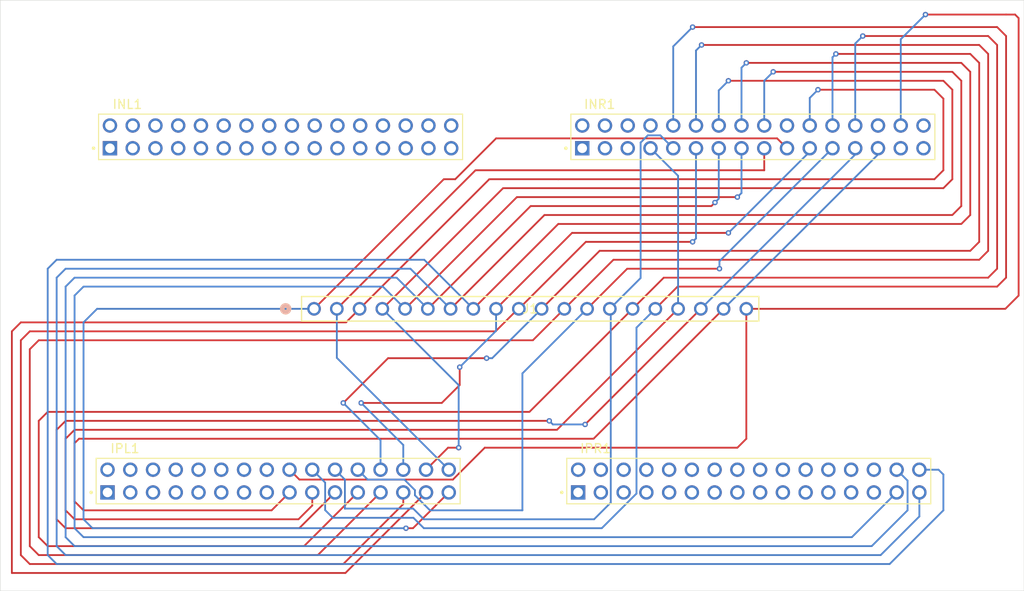
<source format=kicad_pcb>
(kicad_pcb (version 20240108) (generator "pcbnew") (generator_version "8.0")
  (layers (0 "F.Cu" signal) (31 "B.Cu" signal) (34 "B.Paste" user) (35 "F.Paste" user) (36 "B.SilkS" user "B.Silkscreen") (37 "F.SilkS" user "F.Silkscreen") (38 "B.Mask" user) (39 "F.Mask" user) (44 "Edge.Cuts" user))
  (net 0 "")
  (net 1 "1x2")
  (net 2 "2x4")
  (net 3 "1x3")
  (net 4 "2x3")
  (net 5 "2x2")
  (net 6 "2x1")
  (net 7 "1x1")
  (net 8 "3x2")
  (net 9 "3x1")
  (net 10 "4x2")
  (net 11 "4x1")
  (net 12 "3x4")
  (net 13 "SOURCE")
  (net 14 "1x4")
  (net 15 "3x3")
  (net 16 "4x3")
  (net 17 "BCOM")
  (net 18 "GATE")
  (net 19 "BULK")
  (net 20 "4x4")
  (footprint "footprints:CONN_PH1-20-UA_ADM" (layer "F.Cu") (at 113.74 82.4826)
    (property "Reference" "J1" (at 24.13 0 0) (layer "F.SilkS"))
    (property "Value" "PH1-20-UA" (hide yes))
    (fp_circle (center -3.175 0) (end -2.794 0) (stroke (width 0.508)) (fill none) (layer "B.SilkS"))
    (fp_line (start -1.397 -1.3716) (end -1.397 1.3716) (stroke (width 0.1524)) (layer "F.SilkS"))
    (fp_line (start -1.397 1.3716) (end 49.657 1.3716) (stroke (width 0.1524)) (layer "F.SilkS"))
    (fp_line (start 49.657 -1.3716) (end -1.397 -1.3716) (stroke (width 0.1524)) (layer "F.SilkS"))
    (fp_line (start 49.657 1.3716) (end 49.657 -1.3716) (stroke (width 0.1524)) (layer "F.SilkS"))
    (fp_circle (center -3.175 0) (end -2.794 0) (stroke (width 0.508)) (fill none) (layer "F.SilkS"))
    (pad "1" thru_hole circle (at 0 0) (size 1.524 1.524) (drill 1.016) (layers "*.Cu" "*.Mask") (net 7 "1x1"))
    (pad "2" thru_hole circle (at 2.54 0) (size 1.524 1.524) (drill 1.016) (layers "*.Cu" "*.Mask") (net 1 "1x2"))
    (pad "3" thru_hole circle (at 5.08 0) (size 1.524 1.524) (drill 1.016) (layers "*.Cu" "*.Mask") (net 3 "1x3"))
    (pad "4" thru_hole circle (at 7.62 0) (size 1.524 1.524) (drill 1.016) (layers "*.Cu" "*.Mask") (net 14 "1x4"))
    (pad "5" thru_hole circle (at 10.16 0) (size 1.524 1.524) (drill 1.016) (layers "*.Cu" "*.Mask") (net 6 "2x1"))
    (pad "6" thru_hole circle (at 12.7 0) (size 1.524 1.524) (drill 1.016) (layers "*.Cu" "*.Mask") (net 5 "2x2"))
    (pad "7" thru_hole circle (at 15.24 0) (size 1.524 1.524) (drill 1.016) (layers "*.Cu" "*.Mask") (net 4 "2x3"))
    (pad "8" thru_hole circle (at 17.78 0) (size 1.524 1.524) (drill 1.016) (layers "*.Cu" "*.Mask") (net 2 "2x4"))
    (pad "9" thru_hole circle (at 20.32 0) (size 1.524 1.524) (drill 1.016) (layers "*.Cu" "*.Mask") (net 9 "3x1"))
    (pad "10" thru_hole circle (at 22.86 0) (size 1.524 1.524) (drill 1.016) (layers "*.Cu" "*.Mask") (net 8 "3x2"))
    (pad "11" thru_hole circle (at 25.4 0) (size 1.524 1.524) (drill 1.016) (layers "*.Cu" "*.Mask") (net 15 "3x3"))
    (pad "12" thru_hole circle (at 27.94 0) (size 1.524 1.524) (drill 1.016) (layers "*.Cu" "*.Mask") (net 12 "3x4"))
    (pad "13" thru_hole circle (at 30.48 0) (size 1.524 1.524) (drill 1.016) (layers "*.Cu" "*.Mask") (net 11 "4x1"))
    (pad "14" thru_hole circle (at 33.02 0) (size 1.524 1.524) (drill 1.016) (layers "*.Cu" "*.Mask") (net 10 "4x2"))
    (pad "15" thru_hole circle (at 35.56 0) (size 1.524 1.524) (drill 1.016) (layers "*.Cu" "*.Mask") (net 16 "4x3"))
    (pad "16" thru_hole circle (at 38.1 0) (size 1.524 1.524) (drill 1.016) (layers "*.Cu" "*.Mask") (net 20 "4x4"))
    (pad "17" thru_hole circle (at 40.64 0) (size 1.524 1.524) (drill 1.016) (layers "*.Cu" "*.Mask") (net 18 "GATE"))
    (pad "18" thru_hole circle (at 43.18 0) (size 1.524 1.524) (drill 1.016) (layers "*.Cu" "*.Mask") (net 13 "SOURCE"))
    (pad "19" thru_hole circle (at 45.72 0) (size 1.524 1.524) (drill 1.016) (layers "*.Cu" "*.Mask") (net 19 "BULK"))
    (pad "20" thru_hole circle (at 48.26 0) (size 1.524 1.524) (drill 1.016) (layers "*.Cu" "*.Mask") (net 17 "BCOM"))
  )
  (footprint "MountingHole:MountingHole_3mm" (layer "F.Cu") (at 83 52)
    (property "Reference" "REF**" (hide yes))
    (property "Value" "MountingHole_3mm" (hide yes))
    (pad "" np_thru_hole circle (at 0 0) (size 3 3) (drill 3) (layers "*.Cu" "*.Mask"))
  )
  (footprint "M20-9981645:HARWIN_M20-9981645" (layer "F.Cu") (at 110 63.27)
    (property "Reference" "INL1" (at -17.105 -3.635 0) (layer "F.SilkS"))
    (property "Value" "M20-9981645" (hide yes))
    (fp_line (start -20.32 -2.54) (end 20.32 -2.54) (stroke (width 0.127)) (layer "F.SilkS"))
    (fp_line (start -20.32 2.54) (end -20.32 -2.54) (stroke (width 0.127)) (layer "F.SilkS"))
    (fp_line (start 20.32 -2.54) (end 20.32 2.54) (stroke (width 0.127)) (layer "F.SilkS"))
    (fp_line (start 20.32 2.54) (end -20.32 2.54) (stroke (width 0.127)) (layer "F.SilkS"))
    (fp_circle (center -20.88 1.27) (end -20.78 1.27) (stroke (width 0.2)) (fill none) (layer "F.SilkS"))
    (pad "1" thru_hole rect (at -19.05 1.27) (size 1.605 1.605) (drill 1.07) (layers "*.Cu" "*.Mask"))
    (pad "2" thru_hole circle (at -19.05 -1.27) (size 1.605 1.605) (drill 1.07) (layers "*.Cu" "*.Mask"))
    (pad "3" thru_hole circle (at -16.51 1.27) (size 1.605 1.605) (drill 1.07) (layers "*.Cu" "*.Mask"))
    (pad "4" thru_hole circle (at -16.51 -1.27) (size 1.605 1.605) (drill 1.07) (layers "*.Cu" "*.Mask"))
    (pad "5" thru_hole circle (at -13.97 1.27) (size 1.605 1.605) (drill 1.07) (layers "*.Cu" "*.Mask"))
    (pad "6" thru_hole circle (at -13.97 -1.27) (size 1.605 1.605) (drill 1.07) (layers "*.Cu" "*.Mask"))
    (pad "7" thru_hole circle (at -11.43 1.27) (size 1.605 1.605) (drill 1.07) (layers "*.Cu" "*.Mask"))
    (pad "8" thru_hole circle (at -11.43 -1.27) (size 1.605 1.605) (drill 1.07) (layers "*.Cu" "*.Mask"))
    (pad "9" thru_hole circle (at -8.89 1.27) (size 1.605 1.605) (drill 1.07) (layers "*.Cu" "*.Mask"))
    (pad "10" thru_hole circle (at -8.89 -1.27) (size 1.605 1.605) (drill 1.07) (layers "*.Cu" "*.Mask"))
    (pad "11" thru_hole circle (at -6.35 1.27) (size 1.605 1.605) (drill 1.07) (layers "*.Cu" "*.Mask"))
    (pad "12" thru_hole circle (at -6.35 -1.27) (size 1.605 1.605) (drill 1.07) (layers "*.Cu" "*.Mask"))
    (pad "13" thru_hole circle (at -3.81 1.27) (size 1.605 1.605) (drill 1.07) (layers "*.Cu" "*.Mask"))
    (pad "14" thru_hole circle (at -3.81 -1.27) (size 1.605 1.605) (drill 1.07) (layers "*.Cu" "*.Mask"))
    (pad "15" thru_hole circle (at -1.27 1.27) (size 1.605 1.605) (drill 1.07) (layers "*.Cu" "*.Mask"))
    (pad "16" thru_hole circle (at -1.27 -1.27) (size 1.605 1.605) (drill 1.07) (layers "*.Cu" "*.Mask"))
    (pad "17" thru_hole circle (at 1.27 1.27) (size 1.605 1.605) (drill 1.07) (layers "*.Cu" "*.Mask"))
    (pad "18" thru_hole circle (at 1.27 -1.27) (size 1.605 1.605) (drill 1.07) (layers "*.Cu" "*.Mask"))
    (pad "19" thru_hole circle (at 3.81 1.27) (size 1.605 1.605) (drill 1.07) (layers "*.Cu" "*.Mask"))
    (pad "20" thru_hole circle (at 3.81 -1.27) (size 1.605 1.605) (drill 1.07) (layers "*.Cu" "*.Mask"))
    (pad "21" thru_hole circle (at 6.35 1.27) (size 1.605 1.605) (drill 1.07) (layers "*.Cu" "*.Mask"))
    (pad "22" thru_hole circle (at 6.35 -1.27) (size 1.605 1.605) (drill 1.07) (layers "*.Cu" "*.Mask"))
    (pad "23" thru_hole circle (at 8.89 1.27) (size 1.605 1.605) (drill 1.07) (layers "*.Cu" "*.Mask"))
    (pad "24" thru_hole circle (at 8.89 -1.27) (size 1.605 1.605) (drill 1.07) (layers "*.Cu" "*.Mask"))
    (pad "25" thru_hole circle (at 11.43 1.27) (size 1.605 1.605) (drill 1.07) (layers "*.Cu" "*.Mask"))
    (pad "26" thru_hole circle (at 11.43 -1.27) (size 1.605 1.605) (drill 1.07) (layers "*.Cu" "*.Mask"))
    (pad "27" thru_hole circle (at 13.97 1.27) (size 1.605 1.605) (drill 1.07) (layers "*.Cu" "*.Mask"))
    (pad "28" thru_hole circle (at 13.97 -1.27) (size 1.605 1.605) (drill 1.07) (layers "*.Cu" "*.Mask"))
    (pad "29" thru_hole circle (at 16.51 1.27) (size 1.605 1.605) (drill 1.07) (layers "*.Cu" "*.Mask"))
    (pad "30" thru_hole circle (at 16.51 -1.27) (size 1.605 1.605) (drill 1.07) (layers "*.Cu" "*.Mask"))
    (pad "31" thru_hole circle (at 19.05 1.27) (size 1.605 1.605) (drill 1.07) (layers "*.Cu" "*.Mask"))
    (pad "32" thru_hole circle (at 19.05 -1.27) (size 1.605 1.605) (drill 1.07) (layers "*.Cu" "*.Mask"))
  )
  (footprint "M20-9981645:HARWIN_M20-9981645" (layer "F.Cu") (at 109.73 101.73)
    (property "Reference" "IPL1" (at -17.105 -3.635 0) (layer "F.SilkS"))
    (property "Value" "M20-9981645" (hide yes))
    (fp_line (start -20.32 -2.54) (end 20.32 -2.54) (stroke (width 0.127)) (layer "F.SilkS"))
    (fp_line (start -20.32 2.54) (end -20.32 -2.54) (stroke (width 0.127)) (layer "F.SilkS"))
    (fp_line (start 20.32 -2.54) (end 20.32 2.54) (stroke (width 0.127)) (layer "F.SilkS"))
    (fp_line (start 20.32 2.54) (end -20.32 2.54) (stroke (width 0.127)) (layer "F.SilkS"))
    (fp_circle (center -20.88 1.27) (end -20.78 1.27) (stroke (width 0.2)) (fill none) (layer "F.SilkS"))
    (pad "1" thru_hole rect (at -19.05 1.27) (size 1.605 1.605) (drill 1.07) (layers "*.Cu" "*.Mask"))
    (pad "2" thru_hole circle (at -19.05 -1.27) (size 1.605 1.605) (drill 1.07) (layers "*.Cu" "*.Mask"))
    (pad "3" thru_hole circle (at -16.51 1.27) (size 1.605 1.605) (drill 1.07) (layers "*.Cu" "*.Mask"))
    (pad "4" thru_hole circle (at -16.51 -1.27) (size 1.605 1.605) (drill 1.07) (layers "*.Cu" "*.Mask"))
    (pad "5" thru_hole circle (at -13.97 1.27) (size 1.605 1.605) (drill 1.07) (layers "*.Cu" "*.Mask"))
    (pad "6" thru_hole circle (at -13.97 -1.27) (size 1.605 1.605) (drill 1.07) (layers "*.Cu" "*.Mask"))
    (pad "7" thru_hole circle (at -11.43 1.27) (size 1.605 1.605) (drill 1.07) (layers "*.Cu" "*.Mask"))
    (pad "8" thru_hole circle (at -11.43 -1.27) (size 1.605 1.605) (drill 1.07) (layers "*.Cu" "*.Mask"))
    (pad "9" thru_hole circle (at -8.89 1.27) (size 1.605 1.605) (drill 1.07) (layers "*.Cu" "*.Mask"))
    (pad "10" thru_hole circle (at -8.89 -1.27) (size 1.605 1.605) (drill 1.07) (layers "*.Cu" "*.Mask"))
    (pad "11" thru_hole circle (at -6.35 1.27) (size 1.605 1.605) (drill 1.07) (layers "*.Cu" "*.Mask"))
    (pad "12" thru_hole circle (at -6.35 -1.27) (size 1.605 1.605) (drill 1.07) (layers "*.Cu" "*.Mask"))
    (pad "13" thru_hole circle (at -3.81 1.27) (size 1.605 1.605) (drill 1.07) (layers "*.Cu" "*.Mask"))
    (pad "14" thru_hole circle (at -3.81 -1.27) (size 1.605 1.605) (drill 1.07) (layers "*.Cu" "*.Mask"))
    (pad "15" thru_hole circle (at -1.27 1.27) (size 1.605 1.605) (drill 1.07) (layers "*.Cu" "*.Mask"))
    (pad "16" thru_hole circle (at -1.27 -1.27) (size 1.605 1.605) (drill 1.07) (layers "*.Cu" "*.Mask"))
    (pad "17" thru_hole circle (at 1.27 1.27) (size 1.605 1.605) (drill 1.07) (layers "*.Cu" "*.Mask") (net 19 "BULK"))
    (pad "18" thru_hole circle (at 1.27 -1.27) (size 1.605 1.605) (drill 1.07) (layers "*.Cu" "*.Mask") (net 17 "BCOM"))
    (pad "19" thru_hole circle (at 3.81 1.27) (size 1.605 1.605) (drill 1.07) (layers "*.Cu" "*.Mask") (net 18 "GATE"))
    (pad "20" thru_hole circle (at 3.81 -1.27) (size 1.605 1.605) (drill 1.07) (layers "*.Cu" "*.Mask") (net 20 "4x4"))
    (pad "21" thru_hole circle (at 6.35 1.27) (size 1.605 1.605) (drill 1.07) (layers "*.Cu" "*.Mask") (net 13 "SOURCE"))
    (pad "22" thru_hole circle (at 6.35 -1.27) (size 1.605 1.605) (drill 1.07) (layers "*.Cu" "*.Mask") (net 10 "4x2"))
    (pad "23" thru_hole circle (at 8.89 1.27) (size 1.605 1.605) (drill 1.07) (layers "*.Cu" "*.Mask") (net 16 "4x3"))
    (pad "24" thru_hole circle (at 8.89 -1.27) (size 1.605 1.605) (drill 1.07) (layers "*.Cu" "*.Mask") (net 11 "4x1"))
    (pad "25" thru_hole circle (at 11.43 1.27) (size 1.605 1.605) (drill 1.07) (layers "*.Cu" "*.Mask") (net 12 "3x4"))
    (pad "26" thru_hole circle (at 11.43 -1.27) (size 1.605 1.605) (drill 1.07) (layers "*.Cu" "*.Mask") (net 15 "3x3"))
    (pad "27" thru_hole circle (at 13.97 1.27) (size 1.605 1.605) (drill 1.07) (layers "*.Cu" "*.Mask") (net 8 "3x2"))
    (pad "28" thru_hole circle (at 13.97 -1.27) (size 1.605 1.605) (drill 1.07) (layers "*.Cu" "*.Mask") (net 9 "3x1"))
    (pad "29" thru_hole circle (at 16.51 1.27) (size 1.605 1.605) (drill 1.07) (layers "*.Cu" "*.Mask") (net 3 "1x3"))
    (pad "30" thru_hole circle (at 16.51 -1.27) (size 1.605 1.605) (drill 1.07) (layers "*.Cu" "*.Mask") (net 14 "1x4"))
    (pad "31" thru_hole circle (at 19.05 1.27) (size 1.605 1.605) (drill 1.07) (layers "*.Cu" "*.Mask") (net 7 "1x1"))
    (pad "32" thru_hole circle (at 19.05 -1.27) (size 1.605 1.605) (drill 1.07) (layers "*.Cu" "*.Mask") (net 1 "1x2"))
  )
  (footprint "MountingHole:MountingHole_3mm" (layer "F.Cu") (at 189 110)
    (property "Reference" "REF**" (hide yes))
    (property "Value" "MountingHole_3mm" (hide yes))
    (pad "" np_thru_hole circle (at 0 0) (size 3 3) (drill 3) (layers "*.Cu" "*.Mask"))
  )
  (footprint "MountingHole:MountingHole_3mm" (layer "F.Cu") (at 83 73)
    (property "Reference" "REF**" (hide yes))
    (property "Value" "MountingHole_3mm" (hide yes))
    (pad "" np_thru_hole circle (at 0 0) (size 3 3) (drill 3) (layers "*.Cu" "*.Mask"))
  )
  (footprint "M20-9981645:HARWIN_M20-9981645" (layer "F.Cu") (at 162.27 101.73)
    (property "Reference" "IPR1" (at -17.105 -3.635 0) (layer "F.SilkS"))
    (property "Value" "M20-9981645" (hide yes))
    (fp_line (start -20.32 -2.54) (end 20.32 -2.54) (stroke (width 0.127)) (layer "F.SilkS"))
    (fp_line (start -20.32 2.54) (end -20.32 -2.54) (stroke (width 0.127)) (layer "F.SilkS"))
    (fp_line (start 20.32 -2.54) (end 20.32 2.54) (stroke (width 0.127)) (layer "F.SilkS"))
    (fp_line (start 20.32 2.54) (end -20.32 2.54) (stroke (width 0.127)) (layer "F.SilkS"))
    (fp_circle (center -20.88 1.27) (end -20.78 1.27) (stroke (width 0.2)) (fill none) (layer "F.SilkS"))
    (pad "1" thru_hole rect (at -19.05 1.27) (size 1.605 1.605) (drill 1.07) (layers "*.Cu" "*.Mask"))
    (pad "2" thru_hole circle (at -19.05 -1.27) (size 1.605 1.605) (drill 1.07) (layers "*.Cu" "*.Mask"))
    (pad "3" thru_hole circle (at -16.51 1.27) (size 1.605 1.605) (drill 1.07) (layers "*.Cu" "*.Mask"))
    (pad "4" thru_hole circle (at -16.51 -1.27) (size 1.605 1.605) (drill 1.07) (layers "*.Cu" "*.Mask"))
    (pad "5" thru_hole circle (at -13.97 1.27) (size 1.605 1.605) (drill 1.07) (layers "*.Cu" "*.Mask"))
    (pad "6" thru_hole circle (at -13.97 -1.27) (size 1.605 1.605) (drill 1.07) (layers "*.Cu" "*.Mask"))
    (pad "7" thru_hole circle (at -11.43 1.27) (size 1.605 1.605) (drill 1.07) (layers "*.Cu" "*.Mask"))
    (pad "8" thru_hole circle (at -11.43 -1.27) (size 1.605 1.605) (drill 1.07) (layers "*.Cu" "*.Mask"))
    (pad "9" thru_hole circle (at -8.89 1.27) (size 1.605 1.605) (drill 1.07) (layers "*.Cu" "*.Mask"))
    (pad "10" thru_hole circle (at -8.89 -1.27) (size 1.605 1.605) (drill 1.07) (layers "*.Cu" "*.Mask"))
    (pad "11" thru_hole circle (at -6.35 1.27) (size 1.605 1.605) (drill 1.07) (layers "*.Cu" "*.Mask"))
    (pad "12" thru_hole circle (at -6.35 -1.27) (size 1.605 1.605) (drill 1.07) (layers "*.Cu" "*.Mask"))
    (pad "13" thru_hole circle (at -3.81 1.27) (size 1.605 1.605) (drill 1.07) (layers "*.Cu" "*.Mask"))
    (pad "14" thru_hole circle (at -3.81 -1.27) (size 1.605 1.605) (drill 1.07) (layers "*.Cu" "*.Mask"))
    (pad "15" thru_hole circle (at -1.27 1.27) (size 1.605 1.605) (drill 1.07) (layers "*.Cu" "*.Mask"))
    (pad "16" thru_hole circle (at -1.27 -1.27) (size 1.605 1.605) (drill 1.07) (layers "*.Cu" "*.Mask"))
    (pad "17" thru_hole circle (at 1.27 1.27) (size 1.605 1.605) (drill 1.07) (layers "*.Cu" "*.Mask"))
    (pad "18" thru_hole circle (at 1.27 -1.27) (size 1.605 1.605) (drill 1.07) (layers "*.Cu" "*.Mask"))
    (pad "19" thru_hole circle (at 3.81 1.27) (size 1.605 1.605) (drill 1.07) (layers "*.Cu" "*.Mask"))
    (pad "20" thru_hole circle (at 3.81 -1.27) (size 1.605 1.605) (drill 1.07) (layers "*.Cu" "*.Mask"))
    (pad "21" thru_hole circle (at 6.35 1.27) (size 1.605 1.605) (drill 1.07) (layers "*.Cu" "*.Mask"))
    (pad "22" thru_hole circle (at 6.35 -1.27) (size 1.605 1.605) (drill 1.07) (layers "*.Cu" "*.Mask"))
    (pad "23" thru_hole circle (at 8.89 1.27) (size 1.605 1.605) (drill 1.07) (layers "*.Cu" "*.Mask"))
    (pad "24" thru_hole circle (at 8.89 -1.27) (size 1.605 1.605) (drill 1.07) (layers "*.Cu" "*.Mask"))
    (pad "25" thru_hole circle (at 11.43 1.27) (size 1.605 1.605) (drill 1.07) (layers "*.Cu" "*.Mask"))
    (pad "26" thru_hole circle (at 11.43 -1.27) (size 1.605 1.605) (drill 1.07) (layers "*.Cu" "*.Mask"))
    (pad "27" thru_hole circle (at 13.97 1.27) (size 1.605 1.605) (drill 1.07) (layers "*.Cu" "*.Mask"))
    (pad "28" thru_hole circle (at 13.97 -1.27) (size 1.605 1.605) (drill 1.07) (layers "*.Cu" "*.Mask"))
    (pad "29" thru_hole circle (at 16.51 1.27) (size 1.605 1.605) (drill 1.07) (layers "*.Cu" "*.Mask") (net 6 "2x1"))
    (pad "30" thru_hole circle (at 16.51 -1.27) (size 1.605 1.605) (drill 1.07) (layers "*.Cu" "*.Mask") (net 5 "2x2"))
    (pad "31" thru_hole circle (at 19.05 1.27) (size 1.605 1.605) (drill 1.07) (layers "*.Cu" "*.Mask") (net 4 "2x3"))
    (pad "32" thru_hole circle (at 19.05 -1.27) (size 1.605 1.605) (drill 1.07) (layers "*.Cu" "*.Mask") (net 2 "2x4"))
  )
  (footprint "MountingHole:MountingHole_3mm" (layer "F.Cu") (at 189 87)
    (property "Reference" "REF**" (hide yes))
    (property "Value" "MountingHole_3mm" (hide yes))
    (pad "" np_thru_hole circle (at 0 0) (size 3 3) (drill 3) (layers "*.Cu" "*.Mask"))
  )
  (footprint "M20-9981645:HARWIN_M20-9981645" (layer "F.Cu") (at 162.73 63.27)
    (property "Reference" "INR1" (at -17.105 -3.635 0) (layer "F.SilkS"))
    (property "Value" "M20-9981645" (hide yes))
    (fp_line (start -20.32 -2.54) (end 20.32 -2.54) (stroke (width 0.127)) (layer "F.SilkS"))
    (fp_line (start -20.32 2.54) (end -20.32 -2.54) (stroke (width 0.127)) (layer "F.SilkS"))
    (fp_line (start 20.32 -2.54) (end 20.32 2.54) (stroke (width 0.127)) (layer "F.SilkS"))
    (fp_line (start 20.32 2.54) (end -20.32 2.54) (stroke (width 0.127)) (layer "F.SilkS"))
    (fp_circle (center -20.88 1.27) (end -20.78 1.27) (stroke (width 0.2)) (fill none) (layer "F.SilkS"))
    (pad "1" thru_hole rect (at -19.05 1.27) (size 1.605 1.605) (drill 1.07) (layers "*.Cu" "*.Mask"))
    (pad "2" thru_hole circle (at -19.05 -1.27) (size 1.605 1.605) (drill 1.07) (layers "*.Cu" "*.Mask"))
    (pad "3" thru_hole circle (at -16.51 1.27) (size 1.605 1.605) (drill 1.07) (layers "*.Cu" "*.Mask"))
    (pad "4" thru_hole circle (at -16.51 -1.27) (size 1.605 1.605) (drill 1.07) (layers "*.Cu" "*.Mask"))
    (pad "5" thru_hole circle (at -13.97 1.27) (size 1.605 1.605) (drill 1.07) (layers "*.Cu" "*.Mask"))
    (pad "6" thru_hole circle (at -13.97 -1.27) (size 1.605 1.605) (drill 1.07) (layers "*.Cu" "*.Mask"))
    (pad "7" thru_hole circle (at -11.43 1.27) (size 1.605 1.605) (drill 1.07) (layers "*.Cu" "*.Mask") (net 18 "GATE"))
    (pad "8" thru_hole circle (at -11.43 -1.27) (size 1.605 1.605) (drill 1.07) (layers "*.Cu" "*.Mask"))
    (pad "9" thru_hole circle (at -8.89 1.27) (size 1.605 1.605) (drill 1.07) (layers "*.Cu" "*.Mask") (net 10 "4x2"))
    (pad "10" thru_hole circle (at -8.89 -1.27) (size 1.605 1.605) (drill 1.07) (layers "*.Cu" "*.Mask") (net 20 "4x4"))
    (pad "11" thru_hole circle (at -6.35 1.27) (size 1.605 1.605) (drill 1.07) (layers "*.Cu" "*.Mask") (net 8 "3x2"))
    (pad "12" thru_hole circle (at -6.35 -1.27) (size 1.605 1.605) (drill 1.07) (layers "*.Cu" "*.Mask") (net 12 "3x4"))
    (pad "13" thru_hole circle (at -3.81 1.27) (size 1.605 1.605) (drill 1.07) (layers "*.Cu" "*.Mask") (net 5 "2x2"))
    (pad "14" thru_hole circle (at -3.81 -1.27) (size 1.605 1.605) (drill 1.07) (layers "*.Cu" "*.Mask") (net 14 "1x4"))
    (pad "15" thru_hole circle (at -1.27 1.27) (size 1.605 1.605) (drill 1.07) (layers "*.Cu" "*.Mask") (net 6 "2x1"))
    (pad "16" thru_hole circle (at -1.27 -1.27) (size 1.605 1.605) (drill 1.07) (layers "*.Cu" "*.Mask") (net 2 "2x4"))
    (pad "17" thru_hole circle (at 1.27 1.27) (size 1.605 1.605) (drill 1.07) (layers "*.Cu" "*.Mask") (net 1 "1x2"))
    (pad "18" thru_hole circle (at 1.27 -1.27) (size 1.605 1.605) (drill 1.07) (layers "*.Cu" "*.Mask") (net 4 "2x3"))
    (pad "19" thru_hole circle (at 3.81 1.27) (size 1.605 1.605) (drill 1.07) (layers "*.Cu" "*.Mask") (net 7 "1x1"))
    (pad "20" thru_hole circle (at 3.81 -1.27) (size 1.605 1.605) (drill 1.07) (layers "*.Cu" "*.Mask"))
    (pad "21" thru_hole circle (at 6.35 1.27) (size 1.605 1.605) (drill 1.07) (layers "*.Cu" "*.Mask") (net 9 "3x1"))
    (pad "22" thru_hole circle (at 6.35 -1.27) (size 1.605 1.605) (drill 1.07) (layers "*.Cu" "*.Mask") (net 3 "1x3"))
    (pad "23" thru_hole circle (at 8.89 1.27) (size 1.605 1.605) (drill 1.07) (layers "*.Cu" "*.Mask") (net 11 "4x1"))
    (pad "24" thru_hole circle (at 8.89 -1.27) (size 1.605 1.605) (drill 1.07) (layers "*.Cu" "*.Mask") (net 15 "3x3"))
    (pad "25" thru_hole circle (at 11.43 1.27) (size 1.605 1.605) (drill 1.07) (layers "*.Cu" "*.Mask") (net 13 "SOURCE"))
    (pad "26" thru_hole circle (at 11.43 -1.27) (size 1.605 1.605) (drill 1.07) (layers "*.Cu" "*.Mask") (net 16 "4x3"))
    (pad "27" thru_hole circle (at 13.97 1.27) (size 1.605 1.605) (drill 1.07) (layers "*.Cu" "*.Mask") (net 19 "BULK"))
    (pad "28" thru_hole circle (at 13.97 -1.27) (size 1.605 1.605) (drill 1.07) (layers "*.Cu" "*.Mask"))
    (pad "29" thru_hole circle (at 16.51 1.27) (size 1.605 1.605) (drill 1.07) (layers "*.Cu" "*.Mask"))
    (pad "30" thru_hole circle (at 16.51 -1.27) (size 1.605 1.605) (drill 1.07) (layers "*.Cu" "*.Mask") (net 17 "BCOM"))
    (pad "31" thru_hole circle (at 19.05 1.27) (size 1.605 1.605) (drill 1.07) (layers "*.Cu" "*.Mask"))
    (pad "32" thru_hole circle (at 19.05 -1.27) (size 1.605 1.605) (drill 1.07) (layers "*.Cu" "*.Mask"))
  )
  (gr_rect (start 78.7 48) (end 193 114) (stroke (width 0.05)) (fill none) (layer "Edge.Cuts"))
  (segment (start 116.28 82.4826) (end 131.7626 67) (width 0.2) (layer "F.Cu") (net 1))
  (segment (start 131.7626 67) (end 164 67) (width 0.2) (layer "F.Cu") (net 1))
  (segment (start 164 67) (end 164 64.54) (width 0.2) (layer "F.Cu") (net 1))
  (segment (start 116.28 87.96) (end 128.78 100.46) (width 0.2) (layer "B.Cu") (net 1))
  (segment (start 116.28 82.4826) (end 116.28 87.96) (width 0.2) (layer "B.Cu") (net 1))
  (segment (start 186 55) (end 162 55) (width 0.2) (layer "F.Cu") (net 2))
  (segment (start 131.52 82.4826) (end 141.0026 73) (width 0.2) (layer "F.Cu") (net 2))
  (segment (start 186 73) (end 187 72) (width 0.2) (layer "F.Cu") (net 2))
  (segment (start 187 56) (end 186 55) (width 0.2) (layer "F.Cu") (net 2))
  (segment (start 141.0026 73) (end 186 73) (width 0.2) (layer "F.Cu") (net 2))
  (segment (start 187 72) (end 187 56) (width 0.2) (layer "F.Cu") (net 2))
  (via (at 162 55) (size 0.6) (drill 0.3) (layers "F.Cu" "B.Cu") (net 2))
  (segment (start 161.46 62) (end 161.46 55.54) (width 0.2) (layer "B.Cu") (net 2))
  (segment (start 178 111) (end 184 105) (width 0.2) (layer "B.Cu") (net 2))
  (segment (start 126.0374 77) (end 85 77) (width 0.2) (layer "B.Cu") (net 2))
  (segment (start 85 111) (end 178 111) (width 0.2) (layer "B.Cu") (net 2))
  (segment (start 161.46 55.54) (end 162 55) (width 0.2) (layer "B.Cu") (net 2))
  (segment (start 85 77) (end 84 78) (width 0.2) (layer "B.Cu") (net 2))
  (segment (start 84 78) (end 84 110) (width 0.2) (layer "B.Cu") (net 2))
  (segment (start 183.46 100.46) (end 181.32 100.46) (width 0.2) (layer "B.Cu") (net 2))
  (segment (start 84 110) (end 85 111) (width 0.2) (layer "B.Cu") (net 2))
  (segment (start 184 101) (end 183.46 100.46) (width 0.2) (layer "B.Cu") (net 2))
  (segment (start 184 105) (end 184 101) (width 0.2) (layer "B.Cu") (net 2))
  (segment (start 131.52 82.4826) (end 126.0374 77) (width 0.2) (layer "B.Cu") (net 2))
  (segment (start 80 112) (end 117.24 112) (width 0.2) (layer "F.Cu") (net 3))
  (segment (start 133.3026 68) (end 141 68) (width 0.2) (layer "F.Cu") (net 3))
  (segment (start 141 68) (end 183 68) (width 0.2) (layer "F.Cu") (net 3))
  (segment (start 117.24 112) (end 126.24 103) (width 0.2) (layer "F.Cu") (net 3))
  (segment (start 80 85) (end 80 112) (width 0.2) (layer "F.Cu") (net 3))
  (segment (start 117.3026 84) (end 81 84) (width 0.2) (layer "F.Cu") (net 3))
  (segment (start 184 67) (end 184 59) (width 0.2) (layer "F.Cu") (net 3))
  (segment (start 183 68) (end 184 67) (width 0.2) (layer "F.Cu") (net 3))
  (segment (start 118.82 82.4826) (end 117.3026 84) (width 0.2) (layer "F.Cu") (net 3))
  (segment (start 81 84) (end 80 85) (width 0.2) (layer "F.Cu") (net 3))
  (segment (start 118.82 82.4826) (end 133.3026 68) (width 0.2) (layer "F.Cu") (net 3))
  (segment (start 183 58) (end 170 58) (width 0.2) (layer "F.Cu") (net 3))
  (segment (start 184 59) (end 183 58) (width 0.2) (layer "F.Cu") (net 3))
  (via (at 170 58) (size 0.6) (drill 0.3) (layers "F.Cu" "B.Cu") (net 3))
  (segment (start 169.08 62) (end 169.08 58.92) (width 0.2) (layer "B.Cu") (net 3))
  (segment (start 169.08 58.92) (end 170 58) (width 0.2) (layer "B.Cu") (net 3))
  (segment (start 186 57) (end 185 56) (width 0.2) (layer "F.Cu") (net 4))
  (segment (start 139.4626 72) (end 185 72) (width 0.2) (layer "F.Cu") (net 4))
  (segment (start 185 56) (end 165 56) (width 0.2) (layer "F.Cu") (net 4))
  (segment (start 128.98 82.4826) (end 139.4626 72) (width 0.2) (layer "F.Cu") (net 4))
  (segment (start 186 71) (end 186 57) (width 0.2) (layer "F.Cu") (net 4))
  (segment (start 185 72) (end 186 71) (width 0.2) (layer "F.Cu") (net 4))
  (via (at 165 56) (size 0.6) (drill 0.3) (layers "F.Cu" "B.Cu") (net 4))
  (segment (start 128.98 82.4826) (end 124.4974 78) (width 0.2) (layer "B.Cu") (net 4))
  (segment (start 86 78) (end 85 79) (width 0.2) (layer "B.Cu") (net 4))
  (segment (start 85 79) (end 85 109) (width 0.2) (layer "B.Cu") (net 4))
  (segment (start 181.32 105.68) (end 181.32 103) (width 0.2) (layer "B.Cu") (net 4))
  (segment (start 85 109) (end 86 110) (width 0.2) (layer "B.Cu") (net 4))
  (segment (start 124.4974 78) (end 86 78) (width 0.2) (layer "B.Cu") (net 4))
  (segment (start 86 110) (end 177 110) (width 0.2) (layer "B.Cu") (net 4))
  (segment (start 164 57) (end 165 56) (width 0.2) (layer "B.Cu") (net 4))
  (segment (start 177 110) (end 181.32 105.68) (width 0.2) (layer "B.Cu") (net 4))
  (segment (start 164 62) (end 164 57) (width 0.2) (layer "B.Cu") (net 4))
  (segment (start 158.5 70.6) (end 158.1 71) (width 0.2) (layer "F.Cu") (net 5))
  (segment (start 158.1 71) (end 137.9226 71) (width 0.2) (layer "F.Cu") (net 5))
  (segment (start 137.9226 71) (end 126.44 82.4826) (width 0.2) (layer "F.Cu") (net 5))
  (via (at 158.5 70.6) (size 0.6) (drill 0.3) (layers "F.Cu" "B.Cu") (net 5))
  (segment (start 158.92 70.18) (end 158.92 64.54) (width 0.2) (layer "B.Cu") (net 5))
  (segment (start 87 109) (end 176 109) (width 0.2) (layer "B.Cu") (net 5))
  (segment (start 180 101.68) (end 178.78 100.46) (width 0.2) (layer "B.Cu") (net 5))
  (segment (start 87 79) (end 86 80) (width 0.2) (layer "B.Cu") (net 5))
  (segment (start 86 80) (end 86 108) (width 0.2) (layer "B.Cu") (net 5))
  (segment (start 158.5 70.6) (end 158.92 70.18) (width 0.2) (layer "B.Cu") (net 5))
  (segment (start 122.9574 79) (end 87 79) (width 0.2) (layer "B.Cu") (net 5))
  (segment (start 86 108) (end 87 109) (width 0.2) (layer "B.Cu") (net 5))
  (segment (start 126.44 82.4826) (end 122.9574 79) (width 0.2) (layer "B.Cu") (net 5))
  (segment (start 176 109) (end 180 105) (width 0.2) (layer "B.Cu") (net 5))
  (segment (start 180 105) (end 180 101.68) (width 0.2) (layer "B.Cu") (net 5))
  (segment (start 136.3826 70) (end 161 70) (width 0.2) (layer "F.Cu") (net 6))
  (segment (start 123.9 82.4826) (end 136.3826 70) (width 0.2) (layer "F.Cu") (net 6))
  (via (at 161 70) (size 0.6) (drill 0.3) (layers "F.Cu" "B.Cu") (net 6))
  (segment (start 161.46 64.54) (end 161.46 69.54) (width 0.2) (layer "B.Cu") (net 6))
  (segment (start 87 81) (end 87 107) (width 0.2) (layer "B.Cu") (net 6))
  (segment (start 88 80) (end 87 81) (width 0.2) (layer "B.Cu") (net 6))
  (segment (start 87 107) (end 88 108) (width 0.2) (layer "B.Cu") (net 6))
  (segment (start 123.9 82.4826) (end 121.4174 80) (width 0.2) (layer "B.Cu") (net 6))
  (segment (start 161.46 69.54) (end 161 70) (width 0.2) (layer "B.Cu") (net 6))
  (segment (start 88 108) (end 173.78 108) (width 0.2) (layer "B.Cu") (net 6))
  (segment (start 121.4174 80) (end 88 80) (width 0.2) (layer "B.Cu") (net 6))
  (segment (start 173.78 108) (end 178.78 103) (width 0.2) (layer "B.Cu") (net 6))
  (segment (start 134.0625 63.4375) (end 165.4375 63.4375) (width 0.2) (layer "F.Cu") (net 7))
  (segment (start 124.78 107) (end 128.78 103) (width 0.2) (layer "F.Cu") (net 7))
  (segment (start 129.5 68) (end 134.0625 63.4375) (width 0.2) (layer "F.Cu") (net 7))
  (segment (start 128.2226 68) (end 129.5 68) (width 0.2) (layer "F.Cu") (net 7))
  (segment (start 165.4375 63.4375) (end 166.54 64.54) (width 0.2) (layer "F.Cu") (net 7))
  (segment (start 113.74 82.4826) (end 128.2226 68) (width 0.2) (layer "F.Cu") (net 7))
  (segment (start 124 107) (end 124.78 107) (width 0.2) (layer "F.Cu") (net 7))
  (via (at 124 107) (size 0.6) (drill 0.3) (layers "F.Cu" "B.Cu") (net 7))
  (segment (start 88 106) (end 89 107) (width 0.2) (layer "B.Cu") (net 7))
  (segment (start 89 107) (end 124 107) (width 0.2) (layer "B.Cu") (net 7))
  (segment (start 89.5174 82.4826) (end 88 84) (width 0.2) (layer "B.Cu") (net 7))
  (segment (start 113.74 82.4826) (end 89.5174 82.4826) (width 0.2) (layer "B.Cu") (net 7))
  (segment (start 88 84) (end 88 106) (width 0.2) (layer "B.Cu") (net 7))
  (segment (start 123.7 104.3) (end 123.7 103) (width 0.2) (layer "F.Cu") (net 8))
  (segment (start 81 110) (end 82 111) (width 0.2) (layer "F.Cu") (net 8))
  (segment (start 136.6 82.4826) (end 144.0826 75) (width 0.2) (layer "F.Cu") (net 8))
  (segment (start 82 111) (end 117 111) (width 0.2) (layer "F.Cu") (net 8))
  (segment (start 81 86) (end 81 110) (width 0.2) (layer "F.Cu") (net 8))
  (segment (start 134 85) (end 82 85) (width 0.2) (layer "F.Cu") (net 8))
  (segment (start 136.6 82.4826) (end 136.5174 82.4826) (width 0.2) (layer "F.Cu") (net 8))
  (segment (start 136.5174 82.4826) (end 134 85) (width 0.2) (layer "F.Cu") (net 8))
  (segment (start 144.0826 75) (end 156 75) (width 0.2) (layer "F.Cu") (net 8))
  (segment (start 117 111) (end 123.7 104.3) (width 0.2) (layer "F.Cu") (net 8))
  (segment (start 82 85) (end 81 86) (width 0.2) (layer "F.Cu") (net 8))
  (via (at 156 75) (size 0.6) (drill 0.3) (layers "F.Cu" "B.Cu") (net 8))
  (segment (start 156 75) (end 156.38 74.62) (width 0.2) (layer "B.Cu") (net 8))
  (segment (start 156.38 74.62) (end 156.38 64.54) (width 0.2) (layer "B.Cu") (net 8))
  (segment (start 142.5426 74) (end 160 74) (width 0.2) (layer "F.Cu") (net 9))
  (segment (start 130 89) (end 130 91) (width 0.2) (layer "F.Cu") (net 9))
  (segment (start 128 93) (end 119 93) (width 0.2) (layer "F.Cu") (net 9))
  (segment (start 130 91) (end 128 93) (width 0.2) (layer "F.Cu") (net 9))
  (segment (start 134.06 82.4826) (end 142.5426 74) (width 0.2) (layer "F.Cu") (net 9))
  (via (at 119 93) (size 0.6) (drill 0.3) (layers "F.Cu" "B.Cu") (net 9))
  (via (at 160 74) (size 0.6) (drill 0.3) (layers "F.Cu" "B.Cu") (net 9))
  (via (at 130 89) (size 0.6) (drill 0.3) (layers "F.Cu" "B.Cu") (net 9))
  (segment (start 134.06 82.4826) (end 134.06 84.94) (width 0.2) (layer "B.Cu") (net 9))
  (segment (start 169.08 64.92) (end 169.08 64.54) (width 0.2) (layer "B.Cu") (net 9))
  (segment (start 123.7 97.7) (end 123.7 100.46) (width 0.2) (layer "B.Cu") (net 9))
  (segment (start 160 74) (end 169.08 64.92) (width 0.2) (layer "B.Cu") (net 9))
  (segment (start 134.06 84.94) (end 130 89) (width 0.2) (layer "B.Cu") (net 9))
  (segment (start 119 93) (end 123.7 97.7) (width 0.2) (layer "B.Cu") (net 9))
  (segment (start 150.1975 63.905) (end 151 63.1025) (width 0.2) (layer "B.Cu") (net 10))
  (segment (start 151 63.1025) (end 152.4025 63.1025) (width 0.2) (layer "B.Cu") (net 10))
  (segment (start 117.1975 104.8025) (end 117.1825 104.8175) (width 0.2) (layer "B.Cu") (net 10))
  (segment (start 146.76 82.4826) (end 150.1975 79.0451) (width 0.2) (layer "B.Cu") (net 10))
  (segment (start 146.8625 104.1375) (end 145 106) (width 0.2) (layer "B.Cu") (net 10))
  (segment (start 145 106) (end 126 106) (width 0.2) (layer "B.Cu") (net 10))
  (segment (start 126 106) (end 124.8025 104.8025) (width 0.2) (layer "B.Cu") (net 10))
  (segment (start 150.1975 79.0451) (end 150.1975 63.905) (width 0.2) (layer "B.Cu") (net 10))
  (segment (start 146.76 82.4826) (end 146.8625 82.5851) (width 0.2) (layer "B.Cu") (net 10))
  (segment (start 117.1825 101.5625) (end 116.08 100.46) (width 0.2) (layer "B.Cu") (net 10))
  (segment (start 146.8625 82.5851) (end 146.8625 104.1375) (width 0.2) (layer "B.Cu") (net 10))
  (segment (start 117.1825 104.8175) (end 117.1825 101.5625) (width 0.2) (layer "B.Cu") (net 10))
  (segment (start 124.8025 104.8025) (end 117.1975 104.8025) (width 0.2) (layer "B.Cu") (net 10))
  (segment (start 152.4025 63.1025) (end 153.84 64.54) (width 0.2) (layer "B.Cu") (net 10))
  (segment (start 144.22 82.4826) (end 148.7026 78) (width 0.2) (layer "F.Cu") (net 11))
  (segment (start 148.7026 78) (end 159 78) (width 0.2) (layer "F.Cu") (net 11))
  (via (at 159 78) (size 0.6) (drill 0.3) (layers "F.Cu" "B.Cu") (net 11))
  (segment (start 159 77.16) (end 171.62 64.54) (width 0.2) (layer "B.Cu") (net 11))
  (segment (start 137 89.7026) (end 137 105) (width 0.2) (layer "B.Cu") (net 11))
  (segment (start 125 102.740829) (end 123.821671 101.5625) (width 0.2) (layer "B.Cu") (net 11))
  (segment (start 125 103.319171) (end 125 102.740829) (width 0.2) (layer "B.Cu") (net 11))
  (segment (start 159 78) (end 159 77.16) (width 0.2) (layer "B.Cu") (net 11))
  (segment (start 137 105) (end 126.680829 105) (width 0.2) (layer "B.Cu") (net 11))
  (segment (start 126.680829 105) (end 125 103.319171) (width 0.2) (layer "B.Cu") (net 11))
  (segment (start 119.7225 101.5625) (end 118.62 100.46) (width 0.2) (layer "B.Cu") (net 11))
  (segment (start 123.821671 101.5625) (end 119.7225 101.5625) (width 0.2) (layer "B.Cu") (net 11))
  (segment (start 144.22 82.4826) (end 137 89.7026) (width 0.2) (layer "B.Cu") (net 11))
  (segment (start 138.1626 86) (end 83 86) (width 0.2) (layer "F.Cu") (net 12))
  (segment (start 147.1626 77) (end 188 77) (width 0.2) (layer "F.Cu") (net 12))
  (segment (start 82 109) (end 83 110) (width 0.2) (layer "F.Cu") (net 12))
  (segment (start 114.16 110) (end 121.16 103) (width 0.2) (layer "F.Cu") (net 12))
  (segment (start 83 110) (end 114.16 110) (width 0.2) (layer "F.Cu") (net 12))
  (segment (start 82 87) (end 82 109) (width 0.2) (layer "F.Cu") (net 12))
  (segment (start 141.68 82.4826) (end 147.1626 77) (width 0.2) (layer "F.Cu") (net 12))
  (segment (start 188 53) (end 157 53) (width 0.2) (layer "F.Cu") (net 12))
  (segment (start 188 77) (end 189 76) (width 0.2) (layer "F.Cu") (net 12))
  (segment (start 189 54) (end 188 53) (width 0.2) (layer "F.Cu") (net 12))
  (segment (start 83 86) (end 82 87) (width 0.2) (layer "F.Cu") (net 12))
  (segment (start 189 76) (end 189 54) (width 0.2) (layer "F.Cu") (net 12))
  (segment (start 141.68 82.4826) (end 138.1626 86) (width 0.2) (layer "F.Cu") (net 12))
  (via (at 157 53) (size 0.6) (drill 0.3) (layers "F.Cu" "B.Cu") (net 12))
  (segment (start 157 53) (end 156.38 53.62) (width 0.2) (layer "B.Cu") (net 12))
  (segment (start 156.38 53.62) (end 156.38 62) (width 0.2) (layer "B.Cu") (net 12))
  (segment (start 112.08 107) (end 116.08 103) (width 0.2) (layer "F.Cu") (net 13))
  (segment (start 85 106) (end 86 107) (width 0.2) (layer "F.Cu") (net 13))
  (segment (start 86 95) (end 85 96) (width 0.2) (layer "F.Cu") (net 13))
  (segment (start 144 95.4026) (end 156.92 82.4826) (width 0.2) (layer "F.Cu") (net 13))
  (segment (start 85 96) (end 85 106) (width 0.2) (layer "F.Cu") (net 13))
  (segment (start 86 107) (end 112.08 107) (width 0.2) (layer "F.Cu") (net 13))
  (segment (start 140 95) (end 86 95) (width 0.2) (layer "F.Cu") (net 13))
  (via (at 140 95) (size 0.6) (drill 0.3) (layers "F.Cu" "B.Cu") (net 13))
  (via (at 144 95.4026) (size 0.6) (drill 0.3) (layers "F.Cu" "B.Cu") (net 13))
  (segment (start 140.4026 95.4026) (end 144 95.4026) (width 0.2) (layer "B.Cu") (net 13))
  (segment (start 156.92 82.4826) (end 174.16 65.2426) (width 0.2) (layer "B.Cu") (net 13))
  (segment (start 140 95) (end 140.4026 95.4026) (width 0.2) (layer "B.Cu") (net 13))
  (segment (start 174.16 65.2426) (end 174.16 64.54) (width 0.2) (layer "B.Cu") (net 13))
  (segment (start 184 57) (end 160 57) (width 0.2) (layer "F.Cu") (net 14))
  (segment (start 184 69) (end 185 68) (width 0.2) (layer "F.Cu") (net 14))
  (segment (start 134.8426 69) (end 184 69) (width 0.2) (layer "F.Cu") (net 14))
  (segment (start 185 68) (end 185 58) (width 0.2) (layer "F.Cu") (net 14))
  (segment (start 128.7 98) (end 126.24 100.46) (width 0.2) (layer "F.Cu") (net 14))
  (segment (start 121.36 82.4826) (end 134.8426 69) (width 0.2) (layer "F.Cu") (net 14))
  (segment (start 129.8825 98) (end 128.7 98) (width 0.2) (layer "F.Cu") (net 14))
  (segment (start 185 58) (end 184 57) (width 0.2) (layer "F.Cu") (net 14))
  (via (at 129.8825 98) (size 0.6) (drill 0.3) (layers "F.Cu" "B.Cu") (net 14))
  (via (at 160 57) (size 0.6) (drill 0.3) (layers "F.Cu" "B.Cu") (net 14))
  (segment (start 158.92 58.08) (end 160 57) (width 0.2) (layer "B.Cu") (net 14))
  (segment (start 129.8825 91.0051) (end 129.8825 98) (width 0.2) (layer "B.Cu") (net 14))
  (segment (start 121.36 82.4826) (end 129.8825 91.0051) (width 0.2) (layer "B.Cu") (net 14))
  (segment (start 158.92 62) (end 158.92 58.08) (width 0.2) (layer "B.Cu") (net 14))
  (segment (start 145.6226 76) (end 187 76) (width 0.2) (layer "F.Cu") (net 15))
  (segment (start 122 88) (end 117 93) (width 0.2) (layer "F.Cu") (net 15))
  (segment (start 187 54) (end 172 54) (width 0.2) (layer "F.Cu") (net 15))
  (segment (start 133 88) (end 122 88) (width 0.2) (layer "F.Cu") (net 15))
  (segment (start 188 75) (end 188 55) (width 0.2) (layer "F.Cu") (net 15))
  (segment (start 188 55) (end 187 54) (width 0.2) (layer "F.Cu") (net 15))
  (segment (start 187 76) (end 188 75) (width 0.2) (layer "F.Cu") (net 15))
  (segment (start 139.14 82.4826) (end 145.6226 76) (width 0.2) (layer "F.Cu") (net 15))
  (via (at 133 88) (size 0.6) (drill 0.3) (layers "F.Cu" "B.Cu") (net 15))
  (via (at 172 54) (size 0.6) (drill 0.3) (layers "F.Cu" "B.Cu") (net 15))
  (via (at 117 93) (size 0.6) (drill 0.3) (layers "F.Cu" "B.Cu") (net 15))
  (segment (start 121.16 97.16) (end 121.16 100.46) (width 0.2) (layer "B.Cu") (net 15))
  (segment (start 171.62 62) (end 171.62 54.38) (width 0.2) (layer "B.Cu") (net 15))
  (segment (start 133.6226 88) (end 133 88) (width 0.2) (layer "B.Cu") (net 15))
  (segment (start 139.14 82.4826) (end 133.6226 88) (width 0.2) (layer "B.Cu") (net 15))
  (segment (start 171.62 54.38) (end 172 54) (width 0.2) (layer "B.Cu") (net 15))
  (segment (start 117 93) (end 121.16 97.16) (width 0.2) (layer "B.Cu") (net 15))
  (segment (start 137.7826 94) (end 84 94) (width 0.2) (layer "F.Cu") (net 16))
  (segment (start 112.62 109) (end 118.62 103) (width 0.2) (layer "F.Cu") (net 16))
  (segment (start 83 95) (end 83 108) (width 0.2) (layer "F.Cu") (net 16))
  (segment (start 190 53) (end 189 52) (width 0.2) (layer "F.Cu") (net 16))
  (segment (start 189 79) (end 190 78) (width 0.2) (layer "F.Cu") (net 16))
  (segment (start 84 109) (end 112.62 109) (width 0.2) (layer "F.Cu") (net 16))
  (segment (start 149.3 82.4826) (end 152.7826 79) (width 0.2) (layer "F.Cu") (net 16))
  (segment (start 190 78) (end 190 53) (width 0.2) (layer "F.Cu") (net 16))
  (segment (start 83 108) (end 84 109) (width 0.2) (layer "F.Cu") (net 16))
  (segment (start 84 94) (end 83 95) (width 0.2) (layer "F.Cu") (net 16))
  (segment (start 152.7826 79) (end 189 79) (width 0.2) (layer "F.Cu") (net 16))
  (segment (start 189 52) (end 175 52) (width 0.2) (layer "F.Cu") (net 16))
  (segment (start 149.3 82.4826) (end 137.7826 94) (width 0.2) (layer "F.Cu") (net 16))
  (via (at 175 52) (size 0.6) (drill 0.3) (layers "F.Cu" "B.Cu") (net 16))
  (segment (start 175 52) (end 174.16 52.84) (width 0.2) (layer "B.Cu") (net 16))
  (segment (start 174.16 52.84) (end 174.16 62) (width 0.2) (layer "B.Cu") (net 16))
  (segment (start 129.236671 101.5625) (end 112.1025 101.5625) (width 0.2) (layer "F.Cu") (net 17))
  (segment (start 191 49.6) (end 182 49.6) (width 0.2) (layer "F.Cu") (net 17))
  (segment (start 190.9174 82.4826) (end 192.4 81) (width 0.2) (layer "F.Cu") (net 17))
  (segment (start 161 98) (end 132.799171 98) (width 0.2) (layer "F.Cu") (net 17))
  (segment (start 112.1025 101.5625) (end 111 100.46) (width 0.2) (layer "F.Cu") (net 17))
  (segment (start 162 97) (end 161 98) (width 0.2) (layer "F.Cu") (net 17))
  (segment (start 162 82.4826) (end 162 97) (width 0.2) (layer "F.Cu") (net 17))
  (segment (start 162 82.4826) (end 190.9174 82.4826) (width 0.2) (layer "F.Cu") (net 17))
  (segment (start 192.4 50) (end 192 49.6) (width 0.2) (layer "F.Cu") (net 17))
  (segment (start 192.4 81) (end 192.4 50) (width 0.2) (layer "F.Cu") (net 17))
  (segment (start 192 49.6) (end 191 49.6) (width 0.2) (layer "F.Cu") (net 17))
  (segment (start 132.799171 98) (end 129.236671 101.5625) (width 0.2) (layer "F.Cu") (net 17))
  (via (at 182 49.6) (size 0.6) (drill 0.3) (layers "F.Cu" "B.Cu") (net 17))
  (segment (start 179.24 52.36) (end 179.24 62) (width 0.2) (layer "B.Cu") (net 17))
  (segment (start 182 49.6) (end 179.24 52.36) (width 0.2) (layer "B.Cu") (net 17))
  (segment (start 87 96) (end 86 97) (width 0.2) (layer "F.Cu") (net 18))
  (segment (start 113.54 104.46) (end 113.54 103) (width 0.2) (layer "F.Cu") (net 18))
  (segment (start 86 97) (end 86 105) (width 0.2) (layer "F.Cu") (net 18))
  (segment (start 112 106) (end 113.54 104.46) (width 0.2) (layer "F.Cu") (net 18))
  (segment (start 86 105) (end 87 106) (width 0.2) (layer "F.Cu") (net 18))
  (segment (start 154.38 82.4826) (end 140.8626 96) (width 0.2) (layer "F.Cu") (net 18))
  (segment (start 87 106) (end 112 106) (width 0.2) (layer "F.Cu") (net 18))
  (segment (start 140.8626 96) (end 87 96) (width 0.2) (layer "F.Cu") (net 18))
  (segment (start 154.38 82.4826) (end 154.38 67.62) (width 0.2) (layer "B.Cu") (net 18))
  (segment (start 154.38 67.62) (end 151.3 64.54) (width 0.2) (layer "B.Cu") (net 18))
  (segment (start 87 104) (end 88 105) (width 0.2) (layer "F.Cu") (net 19))
  (segment (start 109 105) (end 111 103) (width 0.2) (layer "F.Cu") (net 19))
  (segment (start 87.5 97) (end 87 97.5) (width 0.2) (layer "F.Cu") (net 19))
  (segment (start 87 97.5) (end 87 104) (width 0.2) (layer "F.Cu") (net 19))
  (segment (start 88 105) (end 109 105) (width 0.2) (layer "F.Cu") (net 19))
  (segment (start 144.9426 97) (end 87.5 97) (width 0.2) (layer "F.Cu") (net 19))
  (segment (start 159.46 82.4826) (end 144.9426 97) (width 0.2) (layer "F.Cu") (net 19))
  (segment (start 159.46 82.4826) (end 176.7 65.2426) (width 0.2) (layer "B.Cu") (net 19))
  (segment (start 176.7 65.2426) (end 176.7 64.54) (width 0.2) (layer "B.Cu") (net 19))
  (segment (start 191 79) (end 191 52) (width 0.2) (layer "F.Cu") (net 20))
  (segment (start 151.84 82.4826) (end 154.3226 80) (width 0.2) (layer "F.Cu") (net 20))
  (segment (start 191 52) (end 190 51) (width 0.2) (layer "F.Cu") (net 20))
  (segment (start 190 80) (end 191 79) (width 0.2) (layer "F.Cu") (net 20))
  (segment (start 190 51) (end 156 51) (width 0.2) (layer "F.Cu") (net 20))
  (segment (start 154.3226 80) (end 190 80) (width 0.2) (layer "F.Cu") (net 20))
  (via (at 156 51) (size 0.6) (drill 0.3) (layers "F.Cu" "B.Cu") (net 20))
  (segment (start 126 107) (end 124.834314 105.834314) (width 0.2) (layer "B.Cu") (net 20))
  (segment (start 114.9775 104.9775) (end 114.9775 101.8975) (width 0.2) (layer "B.Cu") (net 20))
  (segment (start 149.7375 84.5851) (end 149.7375 103.121671) (width 0.2) (layer "B.Cu") (net 20))
  (segment (start 114.9775 101.8975) (end 113.54 100.46) (width 0.2) (layer "B.Cu") (net 20))
  (segment (start 151.84 82.4826) (end 149.7375 84.5851) (width 0.2) (layer "B.Cu") (net 20))
  (segment (start 115.834314 105.834314) (end 114.9775 104.9775) (width 0.2) (layer "B.Cu") (net 20))
  (segment (start 149.7375 103.121671) (end 145.859171 107) (width 0.2) (layer "B.Cu") (net 20))
  (segment (start 156 51) (end 153.84 53.16) (width 0.2) (layer "B.Cu") (net 20))
  (segment (start 124.834314 105.834314) (end 115.834314 105.834314) (width 0.2) (layer "B.Cu") (net 20))
  (segment (start 153.84 53.16) (end 153.84 62) (width 0.2) (layer "B.Cu") (net 20))
  (segment (start 145.859171 107) (end 126 107) (width 0.2) (layer "B.Cu") (net 20))
)
</source>
